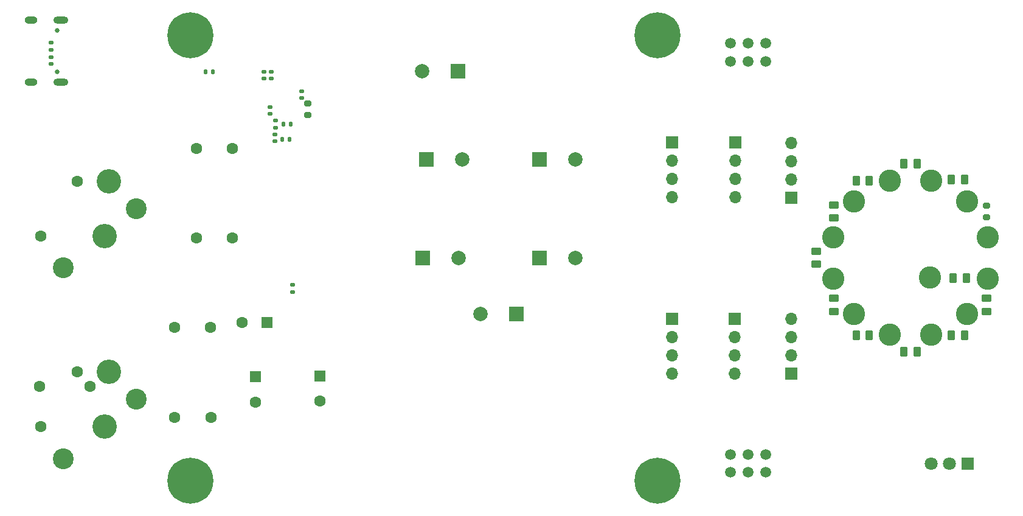
<source format=gbr>
%TF.GenerationSoftware,KiCad,Pcbnew,8.0.1*%
%TF.CreationDate,2024-11-27T15:43:16-06:00*%
%TF.ProjectId,XAmplifier,58416d70-6c69-4666-9965-722e6b696361,rev?*%
%TF.SameCoordinates,Original*%
%TF.FileFunction,Soldermask,Bot*%
%TF.FilePolarity,Negative*%
%FSLAX46Y46*%
G04 Gerber Fmt 4.6, Leading zero omitted, Abs format (unit mm)*
G04 Created by KiCad (PCBNEW 8.0.1) date 2024-11-27 15:43:16*
%MOMM*%
%LPD*%
G01*
G04 APERTURE LIST*
G04 Aperture macros list*
%AMRoundRect*
0 Rectangle with rounded corners*
0 $1 Rounding radius*
0 $2 $3 $4 $5 $6 $7 $8 $9 X,Y pos of 4 corners*
0 Add a 4 corners polygon primitive as box body*
4,1,4,$2,$3,$4,$5,$6,$7,$8,$9,$2,$3,0*
0 Add four circle primitives for the rounded corners*
1,1,$1+$1,$2,$3*
1,1,$1+$1,$4,$5*
1,1,$1+$1,$6,$7*
1,1,$1+$1,$8,$9*
0 Add four rect primitives between the rounded corners*
20,1,$1+$1,$2,$3,$4,$5,0*
20,1,$1+$1,$4,$5,$6,$7,0*
20,1,$1+$1,$6,$7,$8,$9,0*
20,1,$1+$1,$8,$9,$2,$3,0*%
G04 Aperture macros list end*
%ADD10RoundRect,0.135000X-0.135000X-0.185000X0.135000X-0.185000X0.135000X0.185000X-0.135000X0.185000X0*%
%ADD11RoundRect,0.135000X0.185000X-0.135000X0.185000X0.135000X-0.185000X0.135000X-0.185000X-0.135000X0*%
%ADD12RoundRect,0.200000X-0.275000X0.200000X-0.275000X-0.200000X0.275000X-0.200000X0.275000X0.200000X0*%
%ADD13C,2.000000*%
%ADD14R,2.000000X2.000000*%
%ADD15C,1.600000*%
%ADD16R,1.600000X1.600000*%
%ADD17C,1.498600*%
%ADD18RoundRect,0.140000X-0.170000X0.140000X-0.170000X-0.140000X0.170000X-0.140000X0.170000X0.140000X0*%
%ADD19C,6.400000*%
%ADD20C,1.800000*%
%ADD21R,1.800000X1.800000*%
%ADD22C,3.098800*%
%ADD23O,1.800000X1.000000*%
%ADD24O,2.100000X1.000000*%
%ADD25C,0.650000*%
%ADD26C,2.900000*%
%ADD27C,3.400000*%
%ADD28R,1.700000X1.700000*%
%ADD29O,1.700000X1.700000*%
%ADD30RoundRect,0.250000X0.450000X-0.262500X0.450000X0.262500X-0.450000X0.262500X-0.450000X-0.262500X0*%
%ADD31RoundRect,0.250000X0.262500X0.450000X-0.262500X0.450000X-0.262500X-0.450000X0.262500X-0.450000X0*%
%ADD32RoundRect,0.250000X-0.450000X0.262500X-0.450000X-0.262500X0.450000X-0.262500X0.450000X0.262500X0*%
%ADD33RoundRect,0.250000X-0.262500X-0.450000X0.262500X-0.450000X0.262500X0.450000X-0.262500X0.450000X0*%
%ADD34RoundRect,0.200000X0.275000X-0.200000X0.275000X0.200000X-0.275000X0.200000X-0.275000X-0.200000X0*%
%ADD35RoundRect,0.140000X0.140000X0.170000X-0.140000X0.170000X-0.140000X-0.170000X0.140000X-0.170000X0*%
%ADD36RoundRect,0.140000X0.170000X-0.140000X0.170000X0.140000X-0.170000X0.140000X-0.170000X-0.140000X0*%
%ADD37RoundRect,0.140000X-0.140000X-0.170000X0.140000X-0.170000X0.140000X0.170000X-0.140000X0.170000X0*%
G04 APERTURE END LIST*
D10*
%TO.C,R439*%
X101740000Y-74268000D03*
X102760000Y-74268000D03*
%TD*%
D11*
%TO.C,R400*%
X113899191Y-104933480D03*
X113899191Y-103913480D03*
%TD*%
D12*
%TO.C,R443*%
X115950000Y-78675000D03*
X115950000Y-80325000D03*
%TD*%
D13*
%TO.C,C412*%
X140000000Y-108000000D03*
D14*
X145000000Y-108000000D03*
%TD*%
%TO.C,C401*%
X132502323Y-86500000D03*
D13*
X137502323Y-86500000D03*
%TD*%
%TO.C,C403*%
X131897677Y-74190000D03*
D14*
X136897677Y-74190000D03*
%TD*%
D15*
%TO.C,J408*%
X78670000Y-118100000D03*
X85670000Y-118100000D03*
%TD*%
D14*
%TO.C,C406*%
X148252323Y-100210000D03*
D13*
X153252323Y-100210000D03*
%TD*%
D15*
%TO.C,C414*%
X108680000Y-120250000D03*
D16*
X108680000Y-116750000D03*
%TD*%
D17*
%TO.C,SW400*%
X174802509Y-127548923D03*
X177291709Y-127548923D03*
X179780909Y-127548923D03*
X174802509Y-130038123D03*
X177291709Y-130038123D03*
X179780909Y-130038123D03*
%TD*%
D15*
%TO.C,C407*%
X100500000Y-85000000D03*
X105500000Y-85000000D03*
%TD*%
D18*
%TO.C,C424*%
X109860000Y-75274274D03*
X109860000Y-74314274D03*
%TD*%
D19*
%TO.C,MH402*%
X99680000Y-131200000D03*
%TD*%
%TO.C,MH400*%
X99680000Y-69200000D03*
%TD*%
D20*
%TO.C,D404*%
X202800000Y-128860000D03*
X205340000Y-128860000D03*
D21*
X207880000Y-128860000D03*
%TD*%
D22*
%TO.C,SW403*%
X202605418Y-102909437D03*
X210603878Y-97308737D03*
X207731138Y-92332877D03*
X202755278Y-89460137D03*
X197004718Y-89460137D03*
X192028858Y-92332877D03*
X189156118Y-97308737D03*
X189156118Y-103059297D03*
X192028858Y-108035157D03*
X197004718Y-110907897D03*
X202755278Y-110907897D03*
X207731138Y-108035157D03*
X210603878Y-103059297D03*
%TD*%
D13*
%TO.C,C402*%
X153252323Y-86500000D03*
D14*
X148252323Y-86500000D03*
%TD*%
D15*
%TO.C,C408*%
X100500000Y-97400000D03*
X105500000Y-97400000D03*
%TD*%
%TO.C,C413*%
X117680000Y-120097349D03*
D16*
X117680000Y-116597349D03*
%TD*%
D15*
%TO.C,C416*%
X97460000Y-109830000D03*
X102460000Y-109830000D03*
%TD*%
D18*
%TO.C,C423*%
X110870000Y-75270000D03*
X110870000Y-74310000D03*
%TD*%
D23*
%TO.C,J409*%
X77435000Y-75770000D03*
D24*
X81635000Y-75770000D03*
D23*
X77435000Y-67130000D03*
D24*
X81635000Y-67130000D03*
D25*
X81115000Y-74340000D03*
X81115000Y-68560000D03*
%TD*%
D17*
%TO.C,SW404*%
X179768785Y-72839200D03*
X177279585Y-72839200D03*
X174790385Y-72839200D03*
X179768785Y-70350000D03*
X177279585Y-70350000D03*
X174790385Y-70350000D03*
%TD*%
D19*
%TO.C,MH401*%
X164680000Y-69200000D03*
%TD*%
D26*
%TO.C,J406*%
X81960000Y-128140000D03*
X92130000Y-119890000D03*
D27*
X88315000Y-116080000D03*
X87680000Y-123700000D03*
D15*
X78790000Y-123700000D03*
X83870000Y-116080000D03*
%TD*%
D19*
%TO.C,MH403*%
X164680000Y-131200000D03*
%TD*%
D15*
%TO.C,C415*%
X97485000Y-122430000D03*
X102485000Y-122430000D03*
%TD*%
D26*
%TO.C,J407*%
X81960000Y-101600000D03*
X92130000Y-93350000D03*
D27*
X88315000Y-89540000D03*
X87680000Y-97160000D03*
D15*
X78790000Y-97160000D03*
X83870000Y-89540000D03*
%TD*%
D14*
%TO.C,C404*%
X132000000Y-100210000D03*
D13*
X137000000Y-100210000D03*
%TD*%
D15*
%TO.C,C417*%
X106832651Y-109160000D03*
D16*
X110332651Y-109160000D03*
%TD*%
D28*
%TO.C,J405*%
X175477804Y-84101463D03*
D29*
X175477804Y-86641463D03*
X175477804Y-89181463D03*
X175477804Y-91721463D03*
%TD*%
D30*
%TO.C,R411*%
X210500000Y-107662500D03*
X210500000Y-105837500D03*
%TD*%
D31*
%TO.C,R420*%
X207412500Y-89250000D03*
X205587500Y-89250000D03*
%TD*%
D32*
%TO.C,R416*%
X186781218Y-99271517D03*
X186781218Y-101096517D03*
%TD*%
D33*
%TO.C,R413*%
X198967498Y-113282797D03*
X200792498Y-113282797D03*
%TD*%
%TO.C,R414*%
X192337500Y-111000000D03*
X194162500Y-111000000D03*
%TD*%
D29*
%TO.C,J403*%
X166680000Y-91720000D03*
X166680000Y-89180000D03*
X166680000Y-86640000D03*
D28*
X166680000Y-84100000D03*
%TD*%
D33*
%TO.C,R412*%
X205587500Y-111000000D03*
X207412500Y-111000000D03*
%TD*%
D34*
%TO.C,R421*%
X210500000Y-94575000D03*
X210500000Y-92925000D03*
%TD*%
D28*
%TO.C,J401*%
X175380000Y-108700000D03*
D29*
X175380000Y-111240000D03*
X175380000Y-113780000D03*
X175380000Y-116320000D03*
%TD*%
D35*
%TO.C,C433*%
X113410854Y-83685206D03*
X112450854Y-83685206D03*
%TD*%
D28*
%TO.C,J400*%
X166680000Y-108700000D03*
D29*
X166680000Y-111240000D03*
X166680000Y-113780000D03*
X166680000Y-116320000D03*
%TD*%
D31*
%TO.C,R418*%
X194162500Y-89500000D03*
X192337500Y-89500000D03*
%TD*%
D18*
%TO.C,C429*%
X110697754Y-79214274D03*
X110697754Y-80174274D03*
%TD*%
D29*
%TO.C,J404*%
X183280000Y-108680000D03*
X183280000Y-111220000D03*
X183280000Y-113760000D03*
D28*
X183280000Y-116300000D03*
%TD*%
D29*
%TO.C,J402*%
X183278435Y-84220112D03*
X183278435Y-86760112D03*
X183278435Y-89300112D03*
D28*
X183278435Y-91840112D03*
%TD*%
D31*
%TO.C,R422*%
X205837500Y-103000000D03*
X207662500Y-103000000D03*
%TD*%
D18*
%TO.C,C432*%
X111397754Y-83014274D03*
X111397754Y-83974274D03*
%TD*%
D32*
%TO.C,R415*%
X189250000Y-105837500D03*
X189250000Y-107662500D03*
%TD*%
D11*
%TO.C,R445*%
X111497754Y-82104274D03*
X111497754Y-81084274D03*
%TD*%
D36*
%TO.C,R435*%
X80250000Y-73230000D03*
X80250000Y-72270000D03*
%TD*%
D32*
%TO.C,R417*%
X189250000Y-92837500D03*
X189250000Y-94662500D03*
%TD*%
D37*
%TO.C,C434*%
X112617754Y-81594274D03*
X113577754Y-81594274D03*
%TD*%
D36*
%TO.C,C431*%
X115100000Y-77020000D03*
X115100000Y-77980000D03*
%TD*%
D31*
%TO.C,R419*%
X200792498Y-87085237D03*
X198967498Y-87085237D03*
%TD*%
D18*
%TO.C,R436*%
X80250000Y-70270000D03*
X80250000Y-71230000D03*
%TD*%
M02*

</source>
